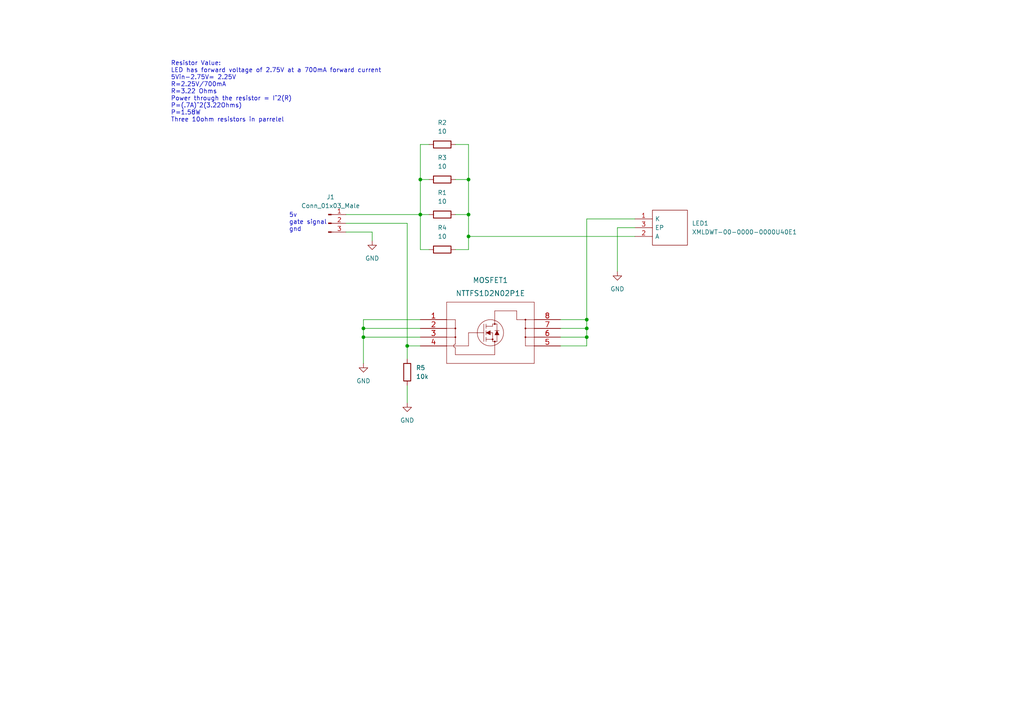
<source format=kicad_sch>
(kicad_sch (version 20211123) (generator eeschema)

  (uuid 7d50bbff-a1ab-4f13-a0a1-fc6bccc84a52)

  (paper "A4")

  (lib_symbols
    (symbol "2023-02-10_19-37-18:NTTFS1D2N02P1E" (pin_names (offset 0.254) hide) (in_bom yes) (on_board yes)
      (property "Reference" "MOSFET" (id 0) (at 20.32 10.16 0)
        (effects (font (size 1.524 1.524)))
      )
      (property "Value" "NTTFS1D2N02P1E" (id 1) (at 20.32 7.62 0)
        (effects (font (size 1.524 1.524)))
      )
      (property "Footprint" "PQFN8_483AW_ONS" (id 2) (at 20.32 6.096 0)
        (effects (font (size 1.524 1.524)) hide)
      )
      (property "Datasheet" "" (id 3) (at 0 0 0)
        (effects (font (size 1.524 1.524)))
      )
      (property "ki_locked" "" (id 4) (at 0 0 0)
        (effects (font (size 1.27 1.27)))
      )
      (property "ki_fp_filters" "PQFN8_483AW_ONS PQFN8_483AW_ONS-M PQFN8_483AW_ONS-L" (id 5) (at 0 0 0)
        (effects (font (size 1.27 1.27)) hide)
      )
      (symbol "NTTFS1D2N02P1E_1_1"
        (polyline
          (pts
            (xy 7.62 -12.7)
            (xy 33.02 -12.7)
          )
          (stroke (width 0.127) (type default) (color 0 0 0 0))
          (fill (type none))
        )
        (polyline
          (pts
            (xy 7.62 -7.62)
            (xy 13.97 -7.62)
          )
          (stroke (width 0.127) (type default) (color 0 0 0 0))
          (fill (type none))
        )
        (polyline
          (pts
            (xy 7.62 -5.08)
            (xy 10.16 -5.08)
          )
          (stroke (width 0.127) (type default) (color 0 0 0 0))
          (fill (type none))
        )
        (polyline
          (pts
            (xy 7.62 -2.54)
            (xy 10.16 -2.54)
          )
          (stroke (width 0.127) (type default) (color 0 0 0 0))
          (fill (type none))
        )
        (polyline
          (pts
            (xy 7.62 0)
            (xy 10.16 0)
          )
          (stroke (width 0.127) (type default) (color 0 0 0 0))
          (fill (type none))
        )
        (polyline
          (pts
            (xy 7.62 5.08)
            (xy 7.62 -12.7)
          )
          (stroke (width 0.127) (type default) (color 0 0 0 0))
          (fill (type none))
        )
        (polyline
          (pts
            (xy 10.16 -10.16)
            (xy 21.59 -10.16)
          )
          (stroke (width 0.127) (type default) (color 0 0 0 0))
          (fill (type none))
        )
        (polyline
          (pts
            (xy 10.16 -8.128)
            (xy 10.16 -10.16)
          )
          (stroke (width 0.127) (type default) (color 0 0 0 0))
          (fill (type none))
        )
        (polyline
          (pts
            (xy 10.16 0)
            (xy 10.16 -7.112)
          )
          (stroke (width 0.127) (type default) (color 0 0 0 0))
          (fill (type none))
        )
        (polyline
          (pts
            (xy 13.97 -7.62)
            (xy 13.97 -3.81)
          )
          (stroke (width 0.127) (type default) (color 0 0 0 0))
          (fill (type none))
        )
        (polyline
          (pts
            (xy 13.97 -3.81)
            (xy 18.415 -3.81)
          )
          (stroke (width 0.127) (type default) (color 0 0 0 0))
          (fill (type none))
        )
        (polyline
          (pts
            (xy 18.415 -6.35)
            (xy 18.415 -1.27)
          )
          (stroke (width 0.127) (type default) (color 0 0 0 0))
          (fill (type none))
        )
        (polyline
          (pts
            (xy 19.05 -6.35)
            (xy 19.05 -5.08)
          )
          (stroke (width 0.127) (type default) (color 0 0 0 0))
          (fill (type none))
        )
        (polyline
          (pts
            (xy 19.05 -5.715)
            (xy 20.955 -5.715)
          )
          (stroke (width 0.127) (type default) (color 0 0 0 0))
          (fill (type none))
        )
        (polyline
          (pts
            (xy 19.05 -4.445)
            (xy 19.05 -3.175)
          )
          (stroke (width 0.127) (type default) (color 0 0 0 0))
          (fill (type none))
        )
        (polyline
          (pts
            (xy 19.05 -2.54)
            (xy 19.05 -1.27)
          )
          (stroke (width 0.127) (type default) (color 0 0 0 0))
          (fill (type none))
        )
        (polyline
          (pts
            (xy 19.05 -1.905)
            (xy 20.955 -1.905)
          )
          (stroke (width 0.127) (type default) (color 0 0 0 0))
          (fill (type none))
        )
        (polyline
          (pts
            (xy 20.32 -3.81)
            (xy 20.955 -3.81)
          )
          (stroke (width 0.127) (type default) (color 0 0 0 0))
          (fill (type none))
        )
        (polyline
          (pts
            (xy 20.955 -6.35)
            (xy 20.955 -3.81)
          )
          (stroke (width 0.127) (type default) (color 0 0 0 0))
          (fill (type none))
        )
        (polyline
          (pts
            (xy 20.955 -6.35)
            (xy 22.225 -6.35)
          )
          (stroke (width 0.127) (type default) (color 0 0 0 0))
          (fill (type none))
        )
        (polyline
          (pts
            (xy 20.955 -1.905)
            (xy 20.955 -1.27)
          )
          (stroke (width 0.127) (type default) (color 0 0 0 0))
          (fill (type none))
        )
        (polyline
          (pts
            (xy 20.955 -1.27)
            (xy 22.225 -1.27)
          )
          (stroke (width 0.127) (type default) (color 0 0 0 0))
          (fill (type none))
        )
        (polyline
          (pts
            (xy 21.59 -10.16)
            (xy 21.59 -6.35)
          )
          (stroke (width 0.127) (type default) (color 0 0 0 0))
          (fill (type none))
        )
        (polyline
          (pts
            (xy 21.59 2.54)
            (xy 21.59 -1.27)
          )
          (stroke (width 0.127) (type default) (color 0 0 0 0))
          (fill (type none))
        )
        (polyline
          (pts
            (xy 22.225 -6.35)
            (xy 22.225 -4.445)
          )
          (stroke (width 0.127) (type default) (color 0 0 0 0))
          (fill (type none))
        )
        (polyline
          (pts
            (xy 22.225 -3.175)
            (xy 22.225 -1.27)
          )
          (stroke (width 0.127) (type default) (color 0 0 0 0))
          (fill (type none))
        )
        (polyline
          (pts
            (xy 22.86 -3.175)
            (xy 21.59 -3.175)
          )
          (stroke (width 0.127) (type default) (color 0 0 0 0))
          (fill (type none))
        )
        (polyline
          (pts
            (xy 27.94 0)
            (xy 27.94 2.54)
          )
          (stroke (width 0.127) (type default) (color 0 0 0 0))
          (fill (type none))
        )
        (polyline
          (pts
            (xy 27.94 2.54)
            (xy 21.59 2.54)
          )
          (stroke (width 0.127) (type default) (color 0 0 0 0))
          (fill (type none))
        )
        (polyline
          (pts
            (xy 30.48 -7.62)
            (xy 30.48 0)
          )
          (stroke (width 0.127) (type default) (color 0 0 0 0))
          (fill (type none))
        )
        (polyline
          (pts
            (xy 33.02 -12.7)
            (xy 33.02 5.08)
          )
          (stroke (width 0.127) (type default) (color 0 0 0 0))
          (fill (type none))
        )
        (polyline
          (pts
            (xy 33.02 -7.62)
            (xy 30.48 -7.62)
          )
          (stroke (width 0.127) (type default) (color 0 0 0 0))
          (fill (type none))
        )
        (polyline
          (pts
            (xy 33.02 -5.08)
            (xy 30.48 -5.08)
          )
          (stroke (width 0.127) (type default) (color 0 0 0 0))
          (fill (type none))
        )
        (polyline
          (pts
            (xy 33.02 -2.54)
            (xy 30.48 -2.54)
          )
          (stroke (width 0.127) (type default) (color 0 0 0 0))
          (fill (type none))
        )
        (polyline
          (pts
            (xy 33.02 0)
            (xy 27.94 0)
          )
          (stroke (width 0.127) (type default) (color 0 0 0 0))
          (fill (type none))
        )
        (polyline
          (pts
            (xy 33.02 5.08)
            (xy 7.62 5.08)
          )
          (stroke (width 0.127) (type default) (color 0 0 0 0))
          (fill (type none))
        )
        (polyline
          (pts
            (xy 20.32 -3.175)
            (xy 19.05 -3.81)
            (xy 20.32 -4.445)
            (xy 20.32 -3.175)
          )
          (stroke (width 0.0254) (type default) (color 0 0 0 0))
          (fill (type outline))
        )
        (polyline
          (pts
            (xy 22.86 -4.445)
            (xy 21.59 -4.445)
            (xy 22.225 -3.175)
            (xy 22.86 -4.445)
          )
          (stroke (width 0.0254) (type default) (color 0 0 0 0))
          (fill (type outline))
        )
        (arc (start 10.16 -7.112) (mid 9.652 -7.62) (end 10.16 -8.128)
          (stroke (width 0.127) (type default) (color 0 0 0 0))
          (fill (type none))
        )
        (circle (center 10.16 -5.08) (radius 0.127)
          (stroke (width 0.254) (type default) (color 0 0 0 0))
          (fill (type none))
        )
        (circle (center 10.16 -2.54) (radius 0.127)
          (stroke (width 0.254) (type default) (color 0 0 0 0))
          (fill (type none))
        )
        (circle (center 20.32 -3.81) (radius 3.81)
          (stroke (width 0.127) (type default) (color 0 0 0 0))
          (fill (type none))
        )
        (circle (center 20.955 -5.715) (radius 0.127)
          (stroke (width 0.254) (type default) (color 0 0 0 0))
          (fill (type none))
        )
        (circle (center 21.59 -6.35) (radius 0.127)
          (stroke (width 0.254) (type default) (color 0 0 0 0))
          (fill (type none))
        )
        (circle (center 21.59 -1.27) (radius 0.127)
          (stroke (width 0.254) (type default) (color 0 0 0 0))
          (fill (type none))
        )
        (circle (center 30.48 -5.08) (radius 0.127)
          (stroke (width 0.254) (type default) (color 0 0 0 0))
          (fill (type none))
        )
        (circle (center 30.48 -2.54) (radius 0.127)
          (stroke (width 0.254) (type default) (color 0 0 0 0))
          (fill (type none))
        )
        (circle (center 30.48 0) (radius 0.127)
          (stroke (width 0.254) (type default) (color 0 0 0 0))
          (fill (type none))
        )
        (pin unspecified line (at 0 0 0) (length 7.62)
          (name "1" (effects (font (size 1.4986 1.4986))))
          (number "1" (effects (font (size 1.4986 1.4986))))
        )
        (pin unspecified line (at 0 -2.54 0) (length 7.62)
          (name "2" (effects (font (size 1.4986 1.4986))))
          (number "2" (effects (font (size 1.4986 1.4986))))
        )
        (pin unspecified line (at 0 -5.08 0) (length 7.62)
          (name "3" (effects (font (size 1.4986 1.4986))))
          (number "3" (effects (font (size 1.4986 1.4986))))
        )
        (pin unspecified line (at 0 -7.62 0) (length 7.62)
          (name "4" (effects (font (size 1.4986 1.4986))))
          (number "4" (effects (font (size 1.4986 1.4986))))
        )
        (pin unspecified line (at 40.64 -7.62 180) (length 7.62)
          (name "5" (effects (font (size 1.4986 1.4986))))
          (number "5" (effects (font (size 1.4986 1.4986))))
        )
        (pin unspecified line (at 40.64 -5.08 180) (length 7.62)
          (name "6" (effects (font (size 1.4986 1.4986))))
          (number "6" (effects (font (size 1.4986 1.4986))))
        )
        (pin unspecified line (at 40.64 -2.54 180) (length 7.62)
          (name "7" (effects (font (size 1.4986 1.4986))))
          (number "7" (effects (font (size 1.4986 1.4986))))
        )
        (pin unspecified line (at 40.64 0 180) (length 7.62)
          (name "8" (effects (font (size 1.4986 1.4986))))
          (number "8" (effects (font (size 1.4986 1.4986))))
        )
      )
    )
    (symbol "Connector:Conn_01x03_Male" (pin_names (offset 1.016) hide) (in_bom yes) (on_board yes)
      (property "Reference" "J" (id 0) (at 0 5.08 0)
        (effects (font (size 1.27 1.27)))
      )
      (property "Value" "Conn_01x03_Male" (id 1) (at 0 -5.08 0)
        (effects (font (size 1.27 1.27)))
      )
      (property "Footprint" "" (id 2) (at 0 0 0)
        (effects (font (size 1.27 1.27)) hide)
      )
      (property "Datasheet" "~" (id 3) (at 0 0 0)
        (effects (font (size 1.27 1.27)) hide)
      )
      (property "ki_keywords" "connector" (id 4) (at 0 0 0)
        (effects (font (size 1.27 1.27)) hide)
      )
      (property "ki_description" "Generic connector, single row, 01x03, script generated (kicad-library-utils/schlib/autogen/connector/)" (id 5) (at 0 0 0)
        (effects (font (size 1.27 1.27)) hide)
      )
      (property "ki_fp_filters" "Connector*:*_1x??_*" (id 6) (at 0 0 0)
        (effects (font (size 1.27 1.27)) hide)
      )
      (symbol "Conn_01x03_Male_1_1"
        (polyline
          (pts
            (xy 1.27 -2.54)
            (xy 0.8636 -2.54)
          )
          (stroke (width 0.1524) (type default) (color 0 0 0 0))
          (fill (type none))
        )
        (polyline
          (pts
            (xy 1.27 0)
            (xy 0.8636 0)
          )
          (stroke (width 0.1524) (type default) (color 0 0 0 0))
          (fill (type none))
        )
        (polyline
          (pts
            (xy 1.27 2.54)
            (xy 0.8636 2.54)
          )
          (stroke (width 0.1524) (type default) (color 0 0 0 0))
          (fill (type none))
        )
        (rectangle (start 0.8636 -2.413) (end 0 -2.667)
          (stroke (width 0.1524) (type default) (color 0 0 0 0))
          (fill (type outline))
        )
        (rectangle (start 0.8636 0.127) (end 0 -0.127)
          (stroke (width 0.1524) (type default) (color 0 0 0 0))
          (fill (type outline))
        )
        (rectangle (start 0.8636 2.667) (end 0 2.413)
          (stroke (width 0.1524) (type default) (color 0 0 0 0))
          (fill (type outline))
        )
        (pin passive line (at 5.08 2.54 180) (length 3.81)
          (name "Pin_1" (effects (font (size 1.27 1.27))))
          (number "1" (effects (font (size 1.27 1.27))))
        )
        (pin passive line (at 5.08 0 180) (length 3.81)
          (name "Pin_2" (effects (font (size 1.27 1.27))))
          (number "2" (effects (font (size 1.27 1.27))))
        )
        (pin passive line (at 5.08 -2.54 180) (length 3.81)
          (name "Pin_3" (effects (font (size 1.27 1.27))))
          (number "3" (effects (font (size 1.27 1.27))))
        )
      )
    )
    (symbol "Device:R" (pin_numbers hide) (pin_names (offset 0)) (in_bom yes) (on_board yes)
      (property "Reference" "R" (id 0) (at 2.032 0 90)
        (effects (font (size 1.27 1.27)))
      )
      (property "Value" "R" (id 1) (at 0 0 90)
        (effects (font (size 1.27 1.27)))
      )
      (property "Footprint" "" (id 2) (at -1.778 0 90)
        (effects (font (size 1.27 1.27)) hide)
      )
      (property "Datasheet" "~" (id 3) (at 0 0 0)
        (effects (font (size 1.27 1.27)) hide)
      )
      (property "ki_keywords" "R res resistor" (id 4) (at 0 0 0)
        (effects (font (size 1.27 1.27)) hide)
      )
      (property "ki_description" "Resistor" (id 5) (at 0 0 0)
        (effects (font (size 1.27 1.27)) hide)
      )
      (property "ki_fp_filters" "R_*" (id 6) (at 0 0 0)
        (effects (font (size 1.27 1.27)) hide)
      )
      (symbol "R_0_1"
        (rectangle (start -1.016 -2.54) (end 1.016 2.54)
          (stroke (width 0.254) (type default) (color 0 0 0 0))
          (fill (type none))
        )
      )
      (symbol "R_1_1"
        (pin passive line (at 0 3.81 270) (length 1.27)
          (name "~" (effects (font (size 1.27 1.27))))
          (number "1" (effects (font (size 1.27 1.27))))
        )
        (pin passive line (at 0 -3.81 90) (length 1.27)
          (name "~" (effects (font (size 1.27 1.27))))
          (number "2" (effects (font (size 1.27 1.27))))
        )
      )
    )
    (symbol "XMLDWT-00-0000-0000U40E1:XMLDWT-00-0000-0000U40E1" (pin_names (offset 0.762)) (in_bom yes) (on_board yes)
      (property "Reference" "LED" (id 0) (at 16.51 7.62 0)
        (effects (font (size 1.27 1.27)) (justify left))
      )
      (property "Value" "XMLDWT-00-0000-0000U40E1" (id 1) (at 16.51 5.08 0)
        (effects (font (size 1.27 1.27)) (justify left))
      )
      (property "Footprint" "XMLDWT0000000000U40E1" (id 2) (at 16.51 2.54 0)
        (effects (font (size 1.27 1.27)) (justify left) hide)
      )
      (property "Datasheet" "https://www.mouser.co.uk/datasheet/2/723/cree_s_a0011179535_1-2291575.pdf" (id 3) (at 16.51 0 0)
        (effects (font (size 1.27 1.27)) (justify left) hide)
      )
      (property "Description" "High Power LEDs - White White 6500K 340lm" (id 4) (at 16.51 -2.54 0)
        (effects (font (size 1.27 1.27)) (justify left) hide)
      )
      (property "Height" "3.15" (id 5) (at 16.51 -5.08 0)
        (effects (font (size 1.27 1.27)) (justify left) hide)
      )
      (property "Manufacturer_Name" "Wolfspeed" (id 6) (at 16.51 -7.62 0)
        (effects (font (size 1.27 1.27)) (justify left) hide)
      )
      (property "Manufacturer_Part_Number" "XMLDWT-00-0000-0000U40E1" (id 7) (at 16.51 -10.16 0)
        (effects (font (size 1.27 1.27)) (justify left) hide)
      )
      (property "Mouser Part Number" "941-XMLDWT0000U40E1" (id 8) (at 16.51 -12.7 0)
        (effects (font (size 1.27 1.27)) (justify left) hide)
      )
      (property "Mouser Price/Stock" "https://www.mouser.co.uk/ProductDetail/Cree-LED/XMLDWT-00-0000-0000U40E1?qs=OlC7AqGiEDn0iQkSPoCXgw%3D%3D" (id 9) (at 16.51 -15.24 0)
        (effects (font (size 1.27 1.27)) (justify left) hide)
      )
      (property "Arrow Part Number" "" (id 10) (at 16.51 -17.78 0)
        (effects (font (size 1.27 1.27)) (justify left) hide)
      )
      (property "Arrow Price/Stock" "" (id 11) (at 16.51 -20.32 0)
        (effects (font (size 1.27 1.27)) (justify left) hide)
      )
      (property "Mouser Testing Part Number" "" (id 12) (at 16.51 -22.86 0)
        (effects (font (size 1.27 1.27)) (justify left) hide)
      )
      (property "Mouser Testing Price/Stock" "" (id 13) (at 16.51 -25.4 0)
        (effects (font (size 1.27 1.27)) (justify left) hide)
      )
      (property "ki_description" "High Power LEDs - White White 6500K 340lm" (id 14) (at 0 0 0)
        (effects (font (size 1.27 1.27)) hide)
      )
      (symbol "XMLDWT-00-0000-0000U40E1_0_0"
        (pin passive line (at 0 0 0) (length 5.08)
          (name "K" (effects (font (size 1.27 1.27))))
          (number "1" (effects (font (size 1.27 1.27))))
        )
        (pin passive line (at 0 -5.08 0) (length 5.08)
          (name "A" (effects (font (size 1.27 1.27))))
          (number "2" (effects (font (size 1.27 1.27))))
        )
        (pin passive line (at 0 -2.54 0) (length 5.08)
          (name "EP" (effects (font (size 1.27 1.27))))
          (number "3" (effects (font (size 1.27 1.27))))
        )
      )
      (symbol "XMLDWT-00-0000-0000U40E1_0_1"
        (polyline
          (pts
            (xy 5.08 2.54)
            (xy 15.24 2.54)
            (xy 15.24 -7.62)
            (xy 5.08 -7.62)
            (xy 5.08 2.54)
          )
          (stroke (width 0.1524) (type default) (color 0 0 0 0))
          (fill (type none))
        )
      )
    )
    (symbol "power:GND" (power) (pin_names (offset 0)) (in_bom yes) (on_board yes)
      (property "Reference" "#PWR" (id 0) (at 0 -6.35 0)
        (effects (font (size 1.27 1.27)) hide)
      )
      (property "Value" "GND" (id 1) (at 0 -3.81 0)
        (effects (font (size 1.27 1.27)))
      )
      (property "Footprint" "" (id 2) (at 0 0 0)
        (effects (font (size 1.27 1.27)) hide)
      )
      (property "Datasheet" "" (id 3) (at 0 0 0)
        (effects (font (size 1.27 1.27)) hide)
      )
      (property "ki_keywords" "power-flag" (id 4) (at 0 0 0)
        (effects (font (size 1.27 1.27)) hide)
      )
      (property "ki_description" "Power symbol creates a global label with name \"GND\" , ground" (id 5) (at 0 0 0)
        (effects (font (size 1.27 1.27)) hide)
      )
      (symbol "GND_0_1"
        (polyline
          (pts
            (xy 0 0)
            (xy 0 -1.27)
            (xy 1.27 -1.27)
            (xy 0 -2.54)
            (xy -1.27 -1.27)
            (xy 0 -1.27)
          )
          (stroke (width 0) (type default) (color 0 0 0 0))
          (fill (type none))
        )
      )
      (symbol "GND_1_1"
        (pin power_in line (at 0 0 270) (length 0) hide
          (name "GND" (effects (font (size 1.27 1.27))))
          (number "1" (effects (font (size 1.27 1.27))))
        )
      )
    )
  )

  (junction (at 121.92 52.07) (diameter 0) (color 0 0 0 0)
    (uuid 1e64e1c0-2a21-4fa2-9b02-d683a7e436cf)
  )
  (junction (at 135.89 52.07) (diameter 0) (color 0 0 0 0)
    (uuid 47355ae4-0dbc-43e3-946f-b70c9e3e1e87)
  )
  (junction (at 135.89 62.23) (diameter 0) (color 0 0 0 0)
    (uuid 5aebe5d5-a30b-4c3b-a924-2fd040f93ca9)
  )
  (junction (at 170.18 92.71) (diameter 0) (color 0 0 0 0)
    (uuid 5bc17cc1-3579-4360-9ef4-aec2ff79dfb2)
  )
  (junction (at 121.92 62.23) (diameter 0) (color 0 0 0 0)
    (uuid 61320ddb-55e1-46c0-8366-f54aa5a3701a)
  )
  (junction (at 135.89 68.58) (diameter 0) (color 0 0 0 0)
    (uuid 8d94b9e6-9d6a-4546-b8e9-06d0ccdb4901)
  )
  (junction (at 170.18 95.25) (diameter 0) (color 0 0 0 0)
    (uuid bb5fa497-d54d-4893-8486-56eebfc7add2)
  )
  (junction (at 118.11 100.33) (diameter 0) (color 0 0 0 0)
    (uuid d1133a4b-0c92-42f4-9ca1-05778bae9c20)
  )
  (junction (at 170.18 97.79) (diameter 0) (color 0 0 0 0)
    (uuid d25dd5a2-e193-45ff-a56d-d851ac0bc5d5)
  )
  (junction (at 105.41 95.25) (diameter 0) (color 0 0 0 0)
    (uuid d43386bd-4162-4169-a1e8-ede47c020223)
  )
  (junction (at 105.41 97.79) (diameter 0) (color 0 0 0 0)
    (uuid f8d293a2-1b16-4717-99b8-130783685520)
  )

  (wire (pts (xy 105.41 95.25) (xy 121.92 95.25))
    (stroke (width 0) (type default) (color 0 0 0 0))
    (uuid 0ba2b945-5ee7-4dd1-8753-7272f4b6df8c)
  )
  (wire (pts (xy 170.18 95.25) (xy 170.18 97.79))
    (stroke (width 0) (type default) (color 0 0 0 0))
    (uuid 17d851f9-1578-4745-ad70-cd700858cb97)
  )
  (wire (pts (xy 121.92 62.23) (xy 121.92 72.39))
    (stroke (width 0) (type default) (color 0 0 0 0))
    (uuid 1b95b63d-06a3-441f-bab5-0a72dedb1b32)
  )
  (wire (pts (xy 105.41 97.79) (xy 121.92 97.79))
    (stroke (width 0) (type default) (color 0 0 0 0))
    (uuid 1cde4f9f-1a90-4b7c-a859-c3ac58ed44bd)
  )
  (wire (pts (xy 184.15 63.5) (xy 170.18 63.5))
    (stroke (width 0) (type default) (color 0 0 0 0))
    (uuid 22b7fb28-bb79-4147-a435-d468b55ba393)
  )
  (wire (pts (xy 179.07 66.04) (xy 179.07 78.74))
    (stroke (width 0) (type default) (color 0 0 0 0))
    (uuid 254050c8-2f1a-459d-b117-af4cda8206df)
  )
  (wire (pts (xy 170.18 100.33) (xy 162.56 100.33))
    (stroke (width 0) (type default) (color 0 0 0 0))
    (uuid 3479e986-8f07-4f11-8f34-eeebe78e11ac)
  )
  (wire (pts (xy 135.89 68.58) (xy 184.15 68.58))
    (stroke (width 0) (type default) (color 0 0 0 0))
    (uuid 385226e0-aa1c-4100-bc6b-18d3927b0cba)
  )
  (wire (pts (xy 170.18 92.71) (xy 170.18 95.25))
    (stroke (width 0) (type default) (color 0 0 0 0))
    (uuid 428d4b75-9d84-40c8-ae0b-90f8e8116c0c)
  )
  (wire (pts (xy 132.08 62.23) (xy 135.89 62.23))
    (stroke (width 0) (type default) (color 0 0 0 0))
    (uuid 4e13b245-e1bb-4042-a64f-1e96af90d48a)
  )
  (wire (pts (xy 121.92 52.07) (xy 124.46 52.07))
    (stroke (width 0) (type default) (color 0 0 0 0))
    (uuid 4f3b1b32-4f14-4871-9590-252475ac47e2)
  )
  (wire (pts (xy 105.41 92.71) (xy 105.41 95.25))
    (stroke (width 0) (type default) (color 0 0 0 0))
    (uuid 5720b492-aa06-4732-897f-a21c238de470)
  )
  (wire (pts (xy 100.33 62.23) (xy 121.92 62.23))
    (stroke (width 0) (type default) (color 0 0 0 0))
    (uuid 5b145aef-3c50-43a7-a70b-836312daffb2)
  )
  (wire (pts (xy 135.89 52.07) (xy 135.89 41.91))
    (stroke (width 0) (type default) (color 0 0 0 0))
    (uuid 5d9dc06a-4d0a-46d2-a148-2a399af5c0e7)
  )
  (wire (pts (xy 135.89 68.58) (xy 135.89 72.39))
    (stroke (width 0) (type default) (color 0 0 0 0))
    (uuid 60bfc293-7ddb-41dd-acef-10c61aecc20a)
  )
  (wire (pts (xy 170.18 97.79) (xy 170.18 100.33))
    (stroke (width 0) (type default) (color 0 0 0 0))
    (uuid 6261381f-4400-4df9-ba7c-06763cfd0439)
  )
  (wire (pts (xy 162.56 92.71) (xy 170.18 92.71))
    (stroke (width 0) (type default) (color 0 0 0 0))
    (uuid 68ba8bf4-7baf-4769-ba5c-27eec739ed64)
  )
  (wire (pts (xy 118.11 64.77) (xy 118.11 100.33))
    (stroke (width 0) (type default) (color 0 0 0 0))
    (uuid 6ad09745-ce4a-40af-900c-da286f38dc0e)
  )
  (wire (pts (xy 118.11 100.33) (xy 118.11 104.14))
    (stroke (width 0) (type default) (color 0 0 0 0))
    (uuid 7d2f0549-5218-42de-82fa-11ad43b1c96e)
  )
  (wire (pts (xy 170.18 63.5) (xy 170.18 92.71))
    (stroke (width 0) (type default) (color 0 0 0 0))
    (uuid 7d3182d6-9f71-45d6-aaf6-1d32b3058eb5)
  )
  (wire (pts (xy 121.92 72.39) (xy 124.46 72.39))
    (stroke (width 0) (type default) (color 0 0 0 0))
    (uuid 8623f7ac-368c-4c28-a9d7-d8ddcc1c8b99)
  )
  (wire (pts (xy 100.33 67.31) (xy 107.95 67.31))
    (stroke (width 0) (type default) (color 0 0 0 0))
    (uuid 86399808-e6a0-4711-8d43-e4c23e4334b3)
  )
  (wire (pts (xy 118.11 111.76) (xy 118.11 116.84))
    (stroke (width 0) (type default) (color 0 0 0 0))
    (uuid 8853d6c9-f3e9-4acc-8966-687db48360a5)
  )
  (wire (pts (xy 132.08 52.07) (xy 135.89 52.07))
    (stroke (width 0) (type default) (color 0 0 0 0))
    (uuid 893c1316-db02-4f8f-ae56-52f0a6f84551)
  )
  (wire (pts (xy 121.92 62.23) (xy 124.46 62.23))
    (stroke (width 0) (type default) (color 0 0 0 0))
    (uuid 8c259fa3-40fb-4db8-ae3d-8ac82f858856)
  )
  (wire (pts (xy 121.92 52.07) (xy 121.92 41.91))
    (stroke (width 0) (type default) (color 0 0 0 0))
    (uuid 8d08a31f-9235-42d1-8581-e6272cbbc30a)
  )
  (wire (pts (xy 105.41 95.25) (xy 105.41 97.79))
    (stroke (width 0) (type default) (color 0 0 0 0))
    (uuid 91a5aa02-32f4-4ea4-a9eb-594e9e846a62)
  )
  (wire (pts (xy 135.89 72.39) (xy 132.08 72.39))
    (stroke (width 0) (type default) (color 0 0 0 0))
    (uuid 9a23f2e4-91ac-4a6c-aebc-3edebea52a5c)
  )
  (wire (pts (xy 121.92 41.91) (xy 124.46 41.91))
    (stroke (width 0) (type default) (color 0 0 0 0))
    (uuid 9cb5814d-68d1-4ab2-b5c6-9e7fa5cb2446)
  )
  (wire (pts (xy 118.11 100.33) (xy 121.92 100.33))
    (stroke (width 0) (type default) (color 0 0 0 0))
    (uuid a4708af5-a4b4-4d23-a536-ddc9fa566070)
  )
  (wire (pts (xy 162.56 95.25) (xy 170.18 95.25))
    (stroke (width 0) (type default) (color 0 0 0 0))
    (uuid a9434683-62d6-4d1f-8118-e40350af4002)
  )
  (wire (pts (xy 135.89 62.23) (xy 135.89 68.58))
    (stroke (width 0) (type default) (color 0 0 0 0))
    (uuid c1720002-9929-4ccd-9be2-9d279e9e58a8)
  )
  (wire (pts (xy 184.15 66.04) (xy 179.07 66.04))
    (stroke (width 0) (type default) (color 0 0 0 0))
    (uuid ca932a2f-b6e2-44bd-994e-097685646d75)
  )
  (wire (pts (xy 162.56 97.79) (xy 170.18 97.79))
    (stroke (width 0) (type default) (color 0 0 0 0))
    (uuid cef593fb-bfe6-4edd-b423-aaffe58c1f45)
  )
  (wire (pts (xy 107.95 67.31) (xy 107.95 69.85))
    (stroke (width 0) (type default) (color 0 0 0 0))
    (uuid d2c7d20d-c7f9-4cf2-adb3-67d52aaa2bda)
  )
  (wire (pts (xy 121.92 92.71) (xy 105.41 92.71))
    (stroke (width 0) (type default) (color 0 0 0 0))
    (uuid d343c0a9-9ab9-4c9f-95f6-3c7a7732d4ff)
  )
  (wire (pts (xy 100.33 64.77) (xy 118.11 64.77))
    (stroke (width 0) (type default) (color 0 0 0 0))
    (uuid dca2162f-435f-494c-a9e9-20a993b6c4cc)
  )
  (wire (pts (xy 121.92 62.23) (xy 121.92 52.07))
    (stroke (width 0) (type default) (color 0 0 0 0))
    (uuid ddad6eda-1562-4224-8cb4-f16d5b71ba67)
  )
  (wire (pts (xy 132.08 41.91) (xy 135.89 41.91))
    (stroke (width 0) (type default) (color 0 0 0 0))
    (uuid df5636e5-3ee2-4a4b-8c47-97c7614f8b1f)
  )
  (wire (pts (xy 105.41 97.79) (xy 105.41 105.41))
    (stroke (width 0) (type default) (color 0 0 0 0))
    (uuid e7f3049f-0243-4fca-a78b-5326f1d7480b)
  )
  (wire (pts (xy 135.89 52.07) (xy 135.89 62.23))
    (stroke (width 0) (type default) (color 0 0 0 0))
    (uuid f8cc8bf3-6188-40b6-a159-d1f7bf32db54)
  )

  (text "5v\ngate signal\ngnd" (at 83.82 67.31 0)
    (effects (font (size 1.27 1.27)) (justify left bottom))
    (uuid 0132ce28-2dcf-4bb8-9bd4-18b548fd7500)
  )
  (text "Resistor Value:\nLED has forward voltage of 2.75V at a 700mA forward current\n5Vin-2.75V= 2.25V\nR=2.25V/700mA\nR=3.22 Ohms\nPower through the resistor = I^2(R)\nP=(.7A)^2(3.22Ohms)\nP=1.58W\nThree 10ohm resistors in parrelel"
    (at 49.53 35.56 0)
    (effects (font (size 1.27 1.27)) (justify left bottom))
    (uuid f223b32d-64b5-49fe-8ceb-4bf0bf220a63)
  )

  (symbol (lib_id "Device:R") (at 128.27 62.23 90) (unit 1)
    (in_bom yes) (on_board yes) (fields_autoplaced)
    (uuid 1f1dabba-304e-47eb-b83e-f3857fe58149)
    (property "Reference" "R1" (id 0) (at 128.27 55.88 90))
    (property "Value" "10" (id 1) (at 128.27 58.42 90))
    (property "Footprint" "Resistor_SMD:R_1206_3216Metric_Pad1.30x1.75mm_HandSolder" (id 2) (at 128.27 64.008 90)
      (effects (font (size 1.27 1.27)) hide)
    )
    (property "Datasheet" "~" (id 3) (at 128.27 62.23 0)
      (effects (font (size 1.27 1.27)) hide)
    )
    (pin "1" (uuid 2620b239-1944-4a2a-af34-066159b814bb))
    (pin "2" (uuid dee3dd8a-53ad-438f-9b2a-8882565971e5))
  )

  (symbol (lib_id "Device:R") (at 128.27 52.07 90) (unit 1)
    (in_bom yes) (on_board yes) (fields_autoplaced)
    (uuid 2284da95-3b32-4992-b2ae-cfc9bf56b6d3)
    (property "Reference" "R3" (id 0) (at 128.27 45.72 90))
    (property "Value" "10" (id 1) (at 128.27 48.26 90))
    (property "Footprint" "Resistor_SMD:R_1206_3216Metric_Pad1.30x1.75mm_HandSolder" (id 2) (at 128.27 53.848 90)
      (effects (font (size 1.27 1.27)) hide)
    )
    (property "Datasheet" "~" (id 3) (at 128.27 52.07 0)
      (effects (font (size 1.27 1.27)) hide)
    )
    (pin "1" (uuid dba1ec7f-9d25-4491-86b2-cbda63e43247))
    (pin "2" (uuid 67cf0454-1a99-49d5-bc6b-1cfe0fa17b20))
  )

  (symbol (lib_id "power:GND") (at 107.95 69.85 0) (unit 1)
    (in_bom yes) (on_board yes) (fields_autoplaced)
    (uuid 5327be3e-34ff-4354-a1f2-e53ba304e840)
    (property "Reference" "#PWR0101" (id 0) (at 107.95 76.2 0)
      (effects (font (size 1.27 1.27)) hide)
    )
    (property "Value" "GND" (id 1) (at 107.95 74.93 0))
    (property "Footprint" "" (id 2) (at 107.95 69.85 0)
      (effects (font (size 1.27 1.27)) hide)
    )
    (property "Datasheet" "" (id 3) (at 107.95 69.85 0)
      (effects (font (size 1.27 1.27)) hide)
    )
    (pin "1" (uuid 28b2a049-39ac-4180-9b4c-1f12609e402e))
  )

  (symbol (lib_id "power:GND") (at 179.07 78.74 0) (unit 1)
    (in_bom yes) (on_board yes) (fields_autoplaced)
    (uuid 7b2aaf9f-b444-4e25-b9fc-0cd177c14a77)
    (property "Reference" "#PWR0103" (id 0) (at 179.07 85.09 0)
      (effects (font (size 1.27 1.27)) hide)
    )
    (property "Value" "GND" (id 1) (at 179.07 83.82 0))
    (property "Footprint" "" (id 2) (at 179.07 78.74 0)
      (effects (font (size 1.27 1.27)) hide)
    )
    (property "Datasheet" "" (id 3) (at 179.07 78.74 0)
      (effects (font (size 1.27 1.27)) hide)
    )
    (pin "1" (uuid 7cf3cea8-78ce-487d-9946-49bfc4848f12))
  )

  (symbol (lib_id "2023-02-10_19-37-18:NTTFS1D2N02P1E") (at 121.92 92.71 0) (unit 1)
    (in_bom yes) (on_board yes) (fields_autoplaced)
    (uuid 8cfeda1f-b0c5-4b89-ab11-6c1d48a8e8ab)
    (property "Reference" "MOSFET1" (id 0) (at 142.24 81.28 0)
      (effects (font (size 1.524 1.524)))
    )
    (property "Value" "NTTFS1D2N02P1E" (id 1) (at 142.24 85.09 0)
      (effects (font (size 1.524 1.524)))
    )
    (property "Footprint" "footprints:NTTFS1D2N02P1E" (id 2) (at 142.24 86.614 0)
      (effects (font (size 1.524 1.524)) hide)
    )
    (property "Datasheet" "" (id 3) (at 121.92 92.71 0)
      (effects (font (size 1.524 1.524)))
    )
    (pin "1" (uuid 0a50ac1a-737c-4ed9-8997-4847b526e719))
    (pin "2" (uuid b4a22308-d40b-49ce-830c-48c18cf078f6))
    (pin "3" (uuid efbdf7d0-9bc3-4a1b-bd72-3e2cdebabca9))
    (pin "4" (uuid 69cfb380-ce7b-47e4-ae9a-3c8ffbbae684))
    (pin "5" (uuid a47e953b-8abe-4fba-95b1-c81911948e12))
    (pin "6" (uuid 8ec68e7c-b5bf-44eb-8959-6f3e36e48799))
    (pin "7" (uuid 7f737bc7-ba51-4acf-9269-a602739368cc))
    (pin "8" (uuid 98a6ac02-ecb3-4052-9d43-73950ed58688))
  )

  (symbol (lib_id "Connector:Conn_01x03_Male") (at 95.25 64.77 0) (unit 1)
    (in_bom yes) (on_board yes) (fields_autoplaced)
    (uuid d8825c39-fb24-4b7d-bafb-cbeeb4b6868b)
    (property "Reference" "J1" (id 0) (at 95.885 57.15 0))
    (property "Value" "Conn_01x03_Male" (id 1) (at 95.885 59.69 0))
    (property "Footprint" "Connector_PinHeader_2.54mm:PinHeader_1x03_P2.54mm_Vertical" (id 2) (at 95.25 64.77 0)
      (effects (font (size 1.27 1.27)) hide)
    )
    (property "Datasheet" "~" (id 3) (at 95.25 64.77 0)
      (effects (font (size 1.27 1.27)) hide)
    )
    (pin "1" (uuid 7edbdd64-e9c6-4754-b65b-6c304d4fa208))
    (pin "2" (uuid 559475c4-8165-4fa5-8c08-548f37b501d7))
    (pin "3" (uuid c292668b-c092-4398-8c5d-97db1f416895))
  )

  (symbol (lib_id "Device:R") (at 128.27 72.39 90) (unit 1)
    (in_bom yes) (on_board yes) (fields_autoplaced)
    (uuid e1715692-68f3-4497-9860-a188052e74fb)
    (property "Reference" "R4" (id 0) (at 128.27 66.04 90))
    (property "Value" "10" (id 1) (at 128.27 68.58 90))
    (property "Footprint" "Resistor_SMD:R_1206_3216Metric_Pad1.30x1.75mm_HandSolder" (id 2) (at 128.27 74.168 90)
      (effects (font (size 1.27 1.27)) hide)
    )
    (property "Datasheet" "~" (id 3) (at 128.27 72.39 0)
      (effects (font (size 1.27 1.27)) hide)
    )
    (pin "1" (uuid 5bef3222-ea05-4cf7-96bb-f8bb38312b10))
    (pin "2" (uuid ffa5eae1-c2d1-4c3f-ba2f-24505f800a7a))
  )

  (symbol (lib_id "power:GND") (at 105.41 105.41 0) (unit 1)
    (in_bom yes) (on_board yes) (fields_autoplaced)
    (uuid e1e452d7-6423-4454-b9e5-a0445bae908a)
    (property "Reference" "#PWR0102" (id 0) (at 105.41 111.76 0)
      (effects (font (size 1.27 1.27)) hide)
    )
    (property "Value" "GND" (id 1) (at 105.41 110.49 0))
    (property "Footprint" "" (id 2) (at 105.41 105.41 0)
      (effects (font (size 1.27 1.27)) hide)
    )
    (property "Datasheet" "" (id 3) (at 105.41 105.41 0)
      (effects (font (size 1.27 1.27)) hide)
    )
    (pin "1" (uuid 46cccca7-4ac4-4f68-8d20-9ae95e15402e))
  )

  (symbol (lib_id "Device:R") (at 118.11 107.95 0) (unit 1)
    (in_bom yes) (on_board yes) (fields_autoplaced)
    (uuid e2708adb-c779-42ad-96e8-8b3485c538c5)
    (property "Reference" "R5" (id 0) (at 120.65 106.6799 0)
      (effects (font (size 1.27 1.27)) (justify left))
    )
    (property "Value" "10k" (id 1) (at 120.65 109.2199 0)
      (effects (font (size 1.27 1.27)) (justify left))
    )
    (property "Footprint" "Resistor_SMD:R_1206_3216Metric_Pad1.30x1.75mm_HandSolder" (id 2) (at 116.332 107.95 90)
      (effects (font (size 1.27 1.27)) hide)
    )
    (property "Datasheet" "~" (id 3) (at 118.11 107.95 0)
      (effects (font (size 1.27 1.27)) hide)
    )
    (pin "1" (uuid 727a483d-938a-4949-9477-489b770a29c1))
    (pin "2" (uuid 7f0fae92-f99f-4ecf-b78b-8c8f808a094b))
  )

  (symbol (lib_id "XMLDWT-00-0000-0000U40E1:XMLDWT-00-0000-0000U40E1") (at 184.15 63.5 0) (unit 1)
    (in_bom yes) (on_board yes) (fields_autoplaced)
    (uuid edd677ef-5ec5-495e-89c6-dff2380f6a18)
    (property "Reference" "LED1" (id 0) (at 200.66 64.7699 0)
      (effects (font (size 1.27 1.27)) (justify left))
    )
    (property "Value" "XMLDWT-00-0000-0000U40E1" (id 1) (at 200.66 67.3099 0)
      (effects (font (size 1.27 1.27)) (justify left))
    )
    (property "Footprint" "KiCad:XMLDWT0000000000U40E1" (id 2) (at 200.66 60.96 0)
      (effects (font (size 1.27 1.27)) (justify left) hide)
    )
    (property "Datasheet" "https://www.mouser.co.uk/datasheet/2/723/cree_s_a0011179535_1-2291575.pdf" (id 3) (at 200.66 63.5 0)
      (effects (font (size 1.27 1.27)) (justify left) hide)
    )
    (property "Description" "High Power LEDs - White White 6500K 340lm" (id 4) (at 200.66 66.04 0)
      (effects (font (size 1.27 1.27)) (justify left) hide)
    )
    (property "Height" "3.15" (id 5) (at 200.66 68.58 0)
      (effects (font (size 1.27 1.27)) (justify left) hide)
    )
    (property "Manufacturer_Name" "Wolfspeed" (id 6) (at 200.66 71.12 0)
      (effects (font (size 1.27 1.27)) (justify left) hide)
    )
    (property "Manufacturer_Part_Number" "XMLDWT-00-0000-0000U40E1" (id 7) (at 200.66 73.66 0)
      (effects (font (size 1.27 1.27)) (justify left) hide)
    )
    (property "Mouser Part Number" "941-XMLDWT0000U40E1" (id 8) (at 200.66 76.2 0)
      (effects (font (size 1.27 1.27)) (justify left) hide)
    )
    (property "Mouser Price/Stock" "https://www.mouser.co.uk/ProductDetail/Cree-LED/XMLDWT-00-0000-0000U40E1?qs=OlC7AqGiEDn0iQkSPoCXgw%3D%3D" (id 9) (at 200.66 78.74 0)
      (effects (font (size 1.27 1.27)) (justify left) hide)
    )
    (property "Arrow Part Number" "" (id 10) (at 200.66 81.28 0)
      (effects (font (size 1.27 1.27)) (justify left) hide)
    )
    (property "Arrow Price/Stock" "" (id 11) (at 200.66 83.82 0)
      (effects (font (size 1.27 1.27)) (justify left) hide)
    )
    (property "Mouser Testing Part Number" "" (id 12) (at 200.66 86.36 0)
      (effects (font (size 1.27 1.27)) (justify left) hide)
    )
    (property "Mouser Testing Price/Stock" "" (id 13) (at 200.66 88.9 0)
      (effects (font (size 1.27 1.27)) (justify left) hide)
    )
    (pin "1" (uuid 555c88d4-d4c6-474f-bc98-0b29863ace66))
    (pin "2" (uuid a7b7b72e-22b5-4270-84b4-d6a93ade3ebf))
    (pin "3" (uuid af39049f-391a-48a0-aad3-9ec0e042dd81))
  )

  (symbol (lib_id "power:GND") (at 118.11 116.84 0) (unit 1)
    (in_bom yes) (on_board yes) (fields_autoplaced)
    (uuid ede565e3-3e67-4aa2-9152-d01402a910d7)
    (property "Reference" "#PWR?" (id 0) (at 118.11 123.19 0)
      (effects (font (size 1.27 1.27)) hide)
    )
    (property "Value" "GND" (id 1) (at 118.11 121.92 0))
    (property "Footprint" "" (id 2) (at 118.11 116.84 0)
      (effects (font (size 1.27 1.27)) hide)
    )
    (property "Datasheet" "" (id 3) (at 118.11 116.84 0)
      (effects (font (size 1.27 1.27)) hide)
    )
    (pin "1" (uuid 41aed681-7446-4de2-8558-cbd767eed724))
  )

  (symbol (lib_id "Device:R") (at 128.27 41.91 90) (unit 1)
    (in_bom yes) (on_board yes) (fields_autoplaced)
    (uuid efdfa2ff-5804-4492-a8bf-21517b19611a)
    (property "Reference" "R2" (id 0) (at 128.27 35.56 90))
    (property "Value" "10" (id 1) (at 128.27 38.1 90))
    (property "Footprint" "Resistor_SMD:R_1206_3216Metric_Pad1.30x1.75mm_HandSolder" (id 2) (at 128.27 43.688 90)
      (effects (font (size 1.27 1.27)) hide)
    )
    (property "Datasheet" "~" (id 3) (at 128.27 41.91 0)
      (effects (font (size 1.27 1.27)) hide)
    )
    (pin "1" (uuid a7e89c5a-f020-4b94-887c-3c5e0e6e4bc8))
    (pin "2" (uuid e7a4083a-c3d4-45d4-a480-ebc51d6fca45))
  )

  (sheet_instances
    (path "/" (page "1"))
  )

  (symbol_instances
    (path "/5327be3e-34ff-4354-a1f2-e53ba304e840"
      (reference "#PWR0101") (unit 1) (value "GND") (footprint "")
    )
    (path "/e1e452d7-6423-4454-b9e5-a0445bae908a"
      (reference "#PWR0102") (unit 1) (value "GND") (footprint "")
    )
    (path "/7b2aaf9f-b444-4e25-b9fc-0cd177c14a77"
      (reference "#PWR0103") (unit 1) (value "GND") (footprint "")
    )
    (path "/ede565e3-3e67-4aa2-9152-d01402a910d7"
      (reference "#PWR?") (unit 1) (value "GND") (footprint "")
    )
    (path "/d8825c39-fb24-4b7d-bafb-cbeeb4b6868b"
      (reference "J1") (unit 1) (value "Conn_01x03_Male") (footprint "Connector_PinHeader_2.54mm:PinHeader_1x03_P2.54mm_Vertical")
    )
    (path "/edd677ef-5ec5-495e-89c6-dff2380f6a18"
      (reference "LED1") (unit 1) (value "XMLDWT-00-0000-0000U40E1") (footprint "KiCad:XMLDWT0000000000U40E1")
    )
    (path "/8cfeda1f-b0c5-4b89-ab11-6c1d48a8e8ab"
      (reference "MOSFET1") (unit 1) (value "NTTFS1D2N02P1E") (footprint "footprints:NTTFS1D2N02P1E")
    )
    (path "/1f1dabba-304e-47eb-b83e-f3857fe58149"
      (reference "R1") (unit 1) (value "10") (footprint "Resistor_SMD:R_1206_3216Metric_Pad1.30x1.75mm_HandSolder")
    )
    (path "/efdfa2ff-5804-4492-a8bf-21517b19611a"
      (reference "R2") (unit 1) (value "10") (footprint "Resistor_SMD:R_1206_3216Metric_Pad1.30x1.75mm_HandSolder")
    )
    (path "/2284da95-3b32-4992-b2ae-cfc9bf56b6d3"
      (reference "R3") (unit 1) (value "10") (footprint "Resistor_SMD:R_1206_3216Metric_Pad1.30x1.75mm_HandSolder")
    )
    (path "/e1715692-68f3-4497-9860-a188052e74fb"
      (reference "R4") (unit 1) (value "10") (footprint "Resistor_SMD:R_1206_3216Metric_Pad1.30x1.75mm_HandSolder")
    )
    (path "/e2708adb-c779-42ad-96e8-8b3485c538c5"
      (reference "R5") (unit 1) (value "10k") (footprint "Resistor_SMD:R_1206_3216Metric_Pad1.30x1.75mm_HandSolder")
    )
  )
)

</source>
